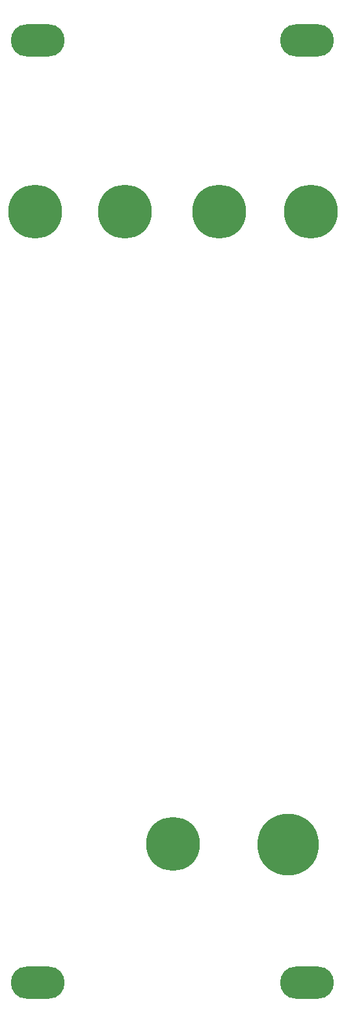
<source format=gbr>
%TF.GenerationSoftware,KiCad,Pcbnew,6.0.11+dfsg-1~bpo11+1*%
%TF.CreationDate,2023-04-14T14:39:14+08:00*%
%TF.ProjectId,MiniMix - Front,4d696e69-4d69-4782-902d-2046726f6e74,rev?*%
%TF.SameCoordinates,Original*%
%TF.FileFunction,Soldermask,Bot*%
%TF.FilePolarity,Negative*%
%FSLAX46Y46*%
G04 Gerber Fmt 4.6, Leading zero omitted, Abs format (unit mm)*
G04 Created by KiCad (PCBNEW 6.0.11+dfsg-1~bpo11+1) date 2023-04-14 14:39:14*
%MOMM*%
%LPD*%
G01*
G04 APERTURE LIST*
%ADD10C,7.000000*%
%ADD11C,8.000000*%
%ADD12O,7.000000X4.200000*%
G04 APERTURE END LIST*
D10*
%TO.C,REF\u002A\u002A*%
X115000000Y-147500000D03*
%TD*%
%TO.C,REF\u002A\u002A*%
X97050000Y-65250000D03*
%TD*%
%TO.C,REF\u002A\u002A*%
X132950000Y-65300000D03*
%TD*%
%TO.C,REF\u002A\u002A*%
X121000000Y-65300000D03*
%TD*%
D11*
%TO.C,REF\u002A\u002A*%
X129950000Y-147550000D03*
%TD*%
D10*
%TO.C,REF\u002A\u002A*%
X108750000Y-65300000D03*
%TD*%
D12*
%TO.C,REF\u002A\u002A*%
X97400000Y-165500000D03*
X132400000Y-165500000D03*
X97400000Y-43000000D03*
X132400000Y-43000000D03*
%TD*%
M02*

</source>
